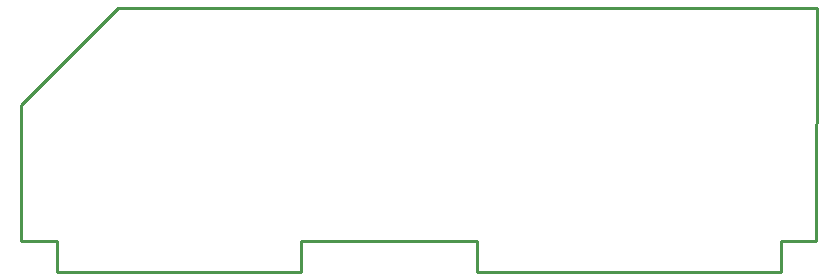
<source format=gko>
G04 Layer: BoardOutlineLayer*
G04 EasyEDA v6.5.42, 2024-04-19 21:15:47*
G04 b74b0dd8b7a74548b8b14c9367106a0f,9fa9616398974da3a60ce9969dc7753a,10*
G04 Gerber Generator version 0.2*
G04 Scale: 100 percent, Rotated: No, Reflected: No *
G04 Dimensions in millimeters *
G04 leading zeros omitted , absolute positions ,4 integer and 5 decimal *
%FSLAX45Y45*%
%MOMM*%

%ADD10C,0.2540*%
D10*
X78Y1409834D02*
G01*
X819998Y2229995D01*
X6734131Y2229995D02*
G01*
X6730075Y259976D01*
X6430063Y259976D01*
X6430063Y-119D01*
X3856067Y-119D01*
X3856067Y259976D01*
X2370081Y259976D01*
X2370081Y-119D01*
X300055Y-119D01*
X300055Y259976D01*
X78Y259976D01*
X78Y1409834D01*
X819998Y2229995D02*
G01*
X6734131Y2229995D01*

%LPD*%
M02*

</source>
